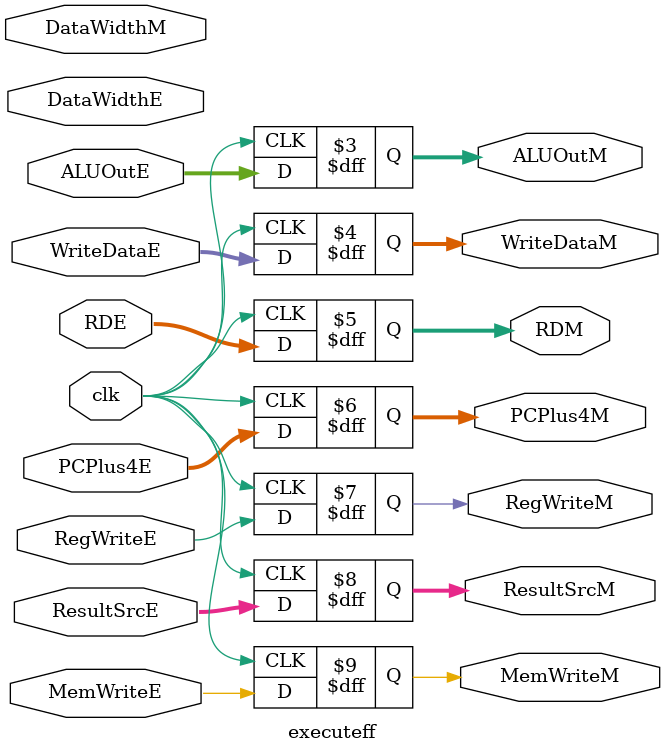
<source format=sv>
module executeff (
    input logic clk,
    //CONTROL PATH INPUTS (Execute stage)
    input logic RegWriteE,
    input logic [1:0] ResultSrcE,
    input logic MemWriteE,
    input logic[2:0] DataWidthE,

    //CONTROL PATH OUTPUTS (Memory stage)
    output logic RegWriteM,
    output logic [1:0] ResultSrcM,
    output logic MemWriteM,
    input logic[2:0] DataWidthM,

    //DATA PATH INPUTS (Execute stage)
    input logic [31:0] ALUOutE, //Value of out ALU in execute stage
    input logic [31:0] WriteDataE,// Execute stage address where we write into data memory
    input logic [5:0] RDE, //destination reg of execute stage
    input logic [31:0] PCPlus4E,
    

    //DATA PATH OUTPUTS (Memory stage)
    output logic [31:0] ALUOutM, //Value of out ALU in memory stage
    output logic [31:0] WriteDataM,// Memory pipleline stage ,  address where we write into data memory
    output logic [5:0] RDM, //destination reg of memory stage
    output logic [31:0] PCPlus4M //Pc +4 
);

//CONTROL PATH
always_ff@(posedge clk)
begin
    RegWriteM <=RegWriteE;
    ResultSrcM <= ResultSrcE;
    MemWriteM <= MemWriteE;
end

//DATA PATH
always_ff@(posedge clk)
begin
    ALUOutM <= ALUOutE;
    WriteDataM <= WriteDataE;
    RDM <= RDE;
    PCPlus4M <= PCPlus4E;
end


endmodule




</source>
